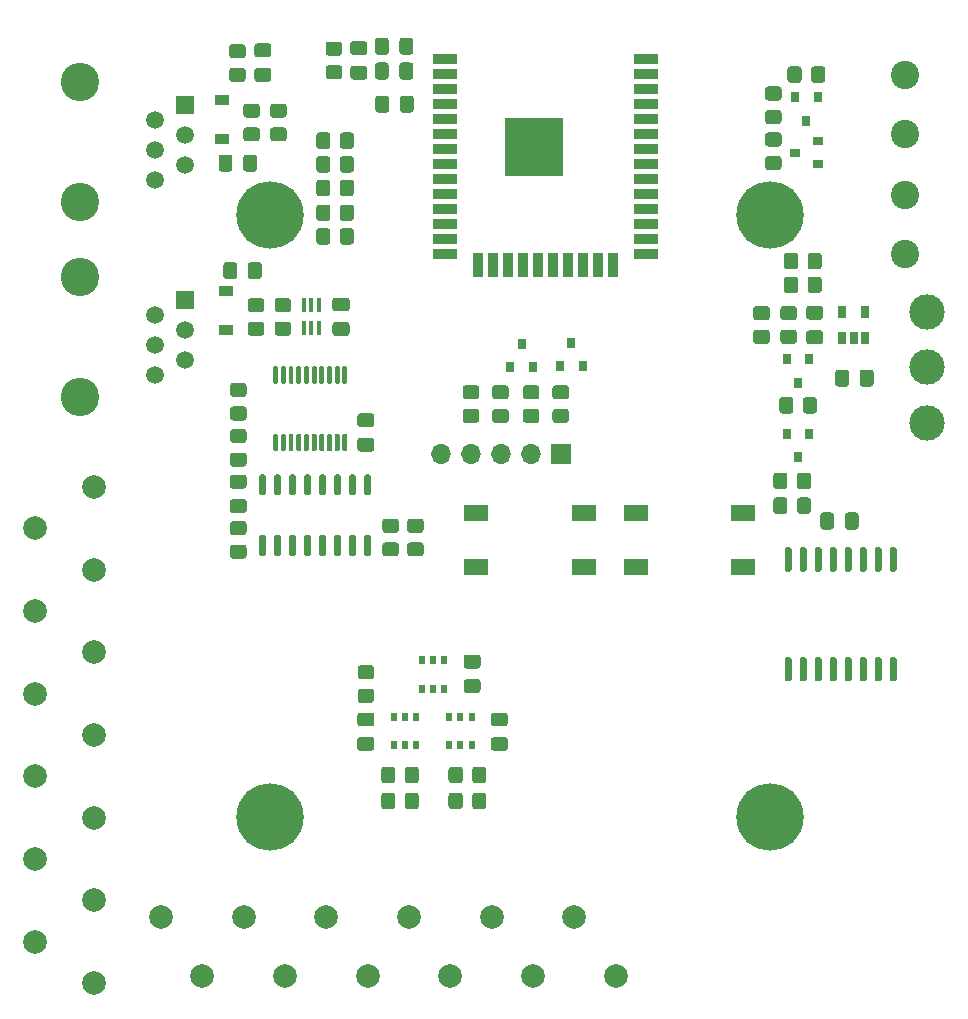
<source format=gts>
G04 #@! TF.GenerationSoftware,KiCad,Pcbnew,(5.1.7)-1*
G04 #@! TF.CreationDate,2021-05-21T19:56:49+02:00*
G04 #@! TF.ProjectId,hlavniDPS,686c6176-6e69-4445-9053-2e6b69636164,rev?*
G04 #@! TF.SameCoordinates,Original*
G04 #@! TF.FileFunction,Soldermask,Top*
G04 #@! TF.FilePolarity,Negative*
%FSLAX46Y46*%
G04 Gerber Fmt 4.6, Leading zero omitted, Abs format (unit mm)*
G04 Created by KiCad (PCBNEW (5.1.7)-1) date 2021-05-21 19:56:49*
%MOMM*%
%LPD*%
G01*
G04 APERTURE LIST*
%ADD10R,2.100000X1.400000*%
%ADD11R,0.550000X0.800000*%
%ADD12R,2.000000X0.900000*%
%ADD13R,0.900000X2.000000*%
%ADD14R,5.000000X5.000000*%
%ADD15R,0.400000X1.190000*%
%ADD16C,2.000000*%
%ADD17C,3.250000*%
%ADD18C,1.520000*%
%ADD19R,1.520000X1.520000*%
%ADD20C,2.400000*%
%ADD21C,5.700000*%
%ADD22R,0.900000X0.800000*%
%ADD23R,0.800000X0.900000*%
%ADD24R,1.700000X1.700000*%
%ADD25O,1.700000X1.700000*%
%ADD26R,0.650000X1.060000*%
%ADD27C,3.000000*%
%ADD28R,1.200000X0.900000*%
G04 APERTURE END LIST*
D10*
X175050000Y-87750000D03*
X175050000Y-92250000D03*
X165950000Y-92250000D03*
X165950000Y-87750000D03*
G36*
G01*
X142625000Y-106687500D02*
X143575000Y-106687500D01*
G75*
G02*
X143825000Y-106937500I0J-250000D01*
G01*
X143825000Y-107612500D01*
G75*
G02*
X143575000Y-107862500I-250000J0D01*
G01*
X142625000Y-107862500D01*
G75*
G02*
X142375000Y-107612500I0J250000D01*
G01*
X142375000Y-106937500D01*
G75*
G02*
X142625000Y-106687500I250000J0D01*
G01*
G37*
G36*
G01*
X142625000Y-104612500D02*
X143575000Y-104612500D01*
G75*
G02*
X143825000Y-104862500I0J-250000D01*
G01*
X143825000Y-105537500D01*
G75*
G02*
X143575000Y-105787500I-250000J0D01*
G01*
X142625000Y-105787500D01*
G75*
G02*
X142375000Y-105537500I0J250000D01*
G01*
X142375000Y-104862500D01*
G75*
G02*
X142625000Y-104612500I250000J0D01*
G01*
G37*
D11*
X147850000Y-102600000D03*
X148800000Y-102600000D03*
X149750000Y-102600000D03*
X149750000Y-100200000D03*
X148800000Y-100200000D03*
X147850000Y-100200000D03*
G36*
G01*
X146400000Y-110350001D02*
X146400000Y-109449999D01*
G75*
G02*
X146649999Y-109200000I249999J0D01*
G01*
X147350001Y-109200000D01*
G75*
G02*
X147600000Y-109449999I0J-249999D01*
G01*
X147600000Y-110350001D01*
G75*
G02*
X147350001Y-110600000I-249999J0D01*
G01*
X146649999Y-110600000D01*
G75*
G02*
X146400000Y-110350001I0J249999D01*
G01*
G37*
G36*
G01*
X144400000Y-110350001D02*
X144400000Y-109449999D01*
G75*
G02*
X144649999Y-109200000I249999J0D01*
G01*
X145350001Y-109200000D01*
G75*
G02*
X145600000Y-109449999I0J-249999D01*
G01*
X145600000Y-110350001D01*
G75*
G02*
X145350001Y-110600000I-249999J0D01*
G01*
X144649999Y-110600000D01*
G75*
G02*
X144400000Y-110350001I0J249999D01*
G01*
G37*
G36*
G01*
X151300000Y-109449999D02*
X151300000Y-110350001D01*
G75*
G02*
X151050001Y-110600000I-249999J0D01*
G01*
X150349999Y-110600000D01*
G75*
G02*
X150100000Y-110350001I0J249999D01*
G01*
X150100000Y-109449999D01*
G75*
G02*
X150349999Y-109200000I249999J0D01*
G01*
X151050001Y-109200000D01*
G75*
G02*
X151300000Y-109449999I0J-249999D01*
G01*
G37*
G36*
G01*
X153300000Y-109449999D02*
X153300000Y-110350001D01*
G75*
G02*
X153050001Y-110600000I-249999J0D01*
G01*
X152349999Y-110600000D01*
G75*
G02*
X152100000Y-110350001I0J249999D01*
G01*
X152100000Y-109449999D01*
G75*
G02*
X152349999Y-109200000I249999J0D01*
G01*
X153050001Y-109200000D01*
G75*
G02*
X153300000Y-109449999I0J-249999D01*
G01*
G37*
G36*
G01*
X151300000Y-111649999D02*
X151300000Y-112550001D01*
G75*
G02*
X151050001Y-112800000I-249999J0D01*
G01*
X150349999Y-112800000D01*
G75*
G02*
X150100000Y-112550001I0J249999D01*
G01*
X150100000Y-111649999D01*
G75*
G02*
X150349999Y-111400000I249999J0D01*
G01*
X151050001Y-111400000D01*
G75*
G02*
X151300000Y-111649999I0J-249999D01*
G01*
G37*
G36*
G01*
X153300000Y-111649999D02*
X153300000Y-112550001D01*
G75*
G02*
X153050001Y-112800000I-249999J0D01*
G01*
X152349999Y-112800000D01*
G75*
G02*
X152100000Y-112550001I0J249999D01*
G01*
X152100000Y-111649999D01*
G75*
G02*
X152349999Y-111400000I249999J0D01*
G01*
X153050001Y-111400000D01*
G75*
G02*
X153300000Y-111649999I0J-249999D01*
G01*
G37*
G36*
G01*
X146400000Y-112550001D02*
X146400000Y-111649999D01*
G75*
G02*
X146649999Y-111400000I249999J0D01*
G01*
X147350001Y-111400000D01*
G75*
G02*
X147600000Y-111649999I0J-249999D01*
G01*
X147600000Y-112550001D01*
G75*
G02*
X147350001Y-112800000I-249999J0D01*
G01*
X146649999Y-112800000D01*
G75*
G02*
X146400000Y-112550001I0J249999D01*
G01*
G37*
G36*
G01*
X144400000Y-112550001D02*
X144400000Y-111649999D01*
G75*
G02*
X144649999Y-111400000I249999J0D01*
G01*
X145350001Y-111400000D01*
G75*
G02*
X145600000Y-111649999I0J-249999D01*
G01*
X145600000Y-112550001D01*
G75*
G02*
X145350001Y-112800000I-249999J0D01*
G01*
X144649999Y-112800000D01*
G75*
G02*
X144400000Y-112550001I0J249999D01*
G01*
G37*
G36*
G01*
X143550001Y-101800000D02*
X142649999Y-101800000D01*
G75*
G02*
X142400000Y-101550001I0J249999D01*
G01*
X142400000Y-100849999D01*
G75*
G02*
X142649999Y-100600000I249999J0D01*
G01*
X143550001Y-100600000D01*
G75*
G02*
X143800000Y-100849999I0J-249999D01*
G01*
X143800000Y-101550001D01*
G75*
G02*
X143550001Y-101800000I-249999J0D01*
G01*
G37*
G36*
G01*
X143550001Y-103800000D02*
X142649999Y-103800000D01*
G75*
G02*
X142400000Y-103550001I0J249999D01*
G01*
X142400000Y-102849999D01*
G75*
G02*
X142649999Y-102600000I249999J0D01*
G01*
X143550001Y-102600000D01*
G75*
G02*
X143800000Y-102849999I0J-249999D01*
G01*
X143800000Y-103550001D01*
G75*
G02*
X143550001Y-103800000I-249999J0D01*
G01*
G37*
G36*
G01*
X153925000Y-106687500D02*
X154875000Y-106687500D01*
G75*
G02*
X155125000Y-106937500I0J-250000D01*
G01*
X155125000Y-107612500D01*
G75*
G02*
X154875000Y-107862500I-250000J0D01*
G01*
X153925000Y-107862500D01*
G75*
G02*
X153675000Y-107612500I0J250000D01*
G01*
X153675000Y-106937500D01*
G75*
G02*
X153925000Y-106687500I250000J0D01*
G01*
G37*
G36*
G01*
X153925000Y-104612500D02*
X154875000Y-104612500D01*
G75*
G02*
X155125000Y-104862500I0J-250000D01*
G01*
X155125000Y-105537500D01*
G75*
G02*
X154875000Y-105787500I-250000J0D01*
G01*
X153925000Y-105787500D01*
G75*
G02*
X153675000Y-105537500I0J250000D01*
G01*
X153675000Y-104862500D01*
G75*
G02*
X153925000Y-104612500I250000J0D01*
G01*
G37*
G36*
G01*
X151625000Y-101787500D02*
X152575000Y-101787500D01*
G75*
G02*
X152825000Y-102037500I0J-250000D01*
G01*
X152825000Y-102712500D01*
G75*
G02*
X152575000Y-102962500I-250000J0D01*
G01*
X151625000Y-102962500D01*
G75*
G02*
X151375000Y-102712500I0J250000D01*
G01*
X151375000Y-102037500D01*
G75*
G02*
X151625000Y-101787500I250000J0D01*
G01*
G37*
G36*
G01*
X151625000Y-99712500D02*
X152575000Y-99712500D01*
G75*
G02*
X152825000Y-99962500I0J-250000D01*
G01*
X152825000Y-100637500D01*
G75*
G02*
X152575000Y-100887500I-250000J0D01*
G01*
X151625000Y-100887500D01*
G75*
G02*
X151375000Y-100637500I0J250000D01*
G01*
X151375000Y-99962500D01*
G75*
G02*
X151625000Y-99712500I250000J0D01*
G01*
G37*
X150150000Y-107400000D03*
X151100000Y-107400000D03*
X152050000Y-107400000D03*
X152050000Y-105000000D03*
X151100000Y-105000000D03*
X150150000Y-105000000D03*
X145450000Y-107400000D03*
X146400000Y-107400000D03*
X147350000Y-107400000D03*
X147350000Y-105000000D03*
X146400000Y-105000000D03*
X145450000Y-105000000D03*
D12*
X166810000Y-49245000D03*
X166810000Y-50515000D03*
X166810000Y-51785000D03*
X166810000Y-53055000D03*
X166810000Y-54325000D03*
X166810000Y-55595000D03*
X166810000Y-56865000D03*
X166810000Y-58135000D03*
X166810000Y-59405000D03*
X166810000Y-60675000D03*
X166810000Y-61945000D03*
X166810000Y-63215000D03*
X166810000Y-64485000D03*
X166810000Y-65755000D03*
D13*
X164025000Y-66755000D03*
X162755000Y-66755000D03*
X161485000Y-66755000D03*
X160215000Y-66755000D03*
X158945000Y-66755000D03*
X157675000Y-66755000D03*
X156405000Y-66755000D03*
X155135000Y-66755000D03*
X153865000Y-66755000D03*
X152595000Y-66755000D03*
D12*
X149810000Y-65755000D03*
X149810000Y-64485000D03*
X149810000Y-63215000D03*
X149810000Y-61945000D03*
X149810000Y-60675000D03*
X149810000Y-59405000D03*
X149810000Y-58135000D03*
X149810000Y-56865000D03*
X149810000Y-55595000D03*
X149810000Y-54325000D03*
X149810000Y-53055000D03*
X149810000Y-51785000D03*
X149810000Y-50515000D03*
X149810000Y-49245000D03*
D14*
X157310000Y-56745000D03*
G36*
G01*
X136150001Y-56260000D02*
X135249999Y-56260000D01*
G75*
G02*
X135000000Y-56010001I0J249999D01*
G01*
X135000000Y-55309999D01*
G75*
G02*
X135249999Y-55060000I249999J0D01*
G01*
X136150001Y-55060000D01*
G75*
G02*
X136400000Y-55309999I0J-249999D01*
G01*
X136400000Y-56010001D01*
G75*
G02*
X136150001Y-56260000I-249999J0D01*
G01*
G37*
G36*
G01*
X136150001Y-54260000D02*
X135249999Y-54260000D01*
G75*
G02*
X135000000Y-54010001I0J249999D01*
G01*
X135000000Y-53309999D01*
G75*
G02*
X135249999Y-53060000I249999J0D01*
G01*
X136150001Y-53060000D01*
G75*
G02*
X136400000Y-53309999I0J-249999D01*
G01*
X136400000Y-54010001D01*
G75*
G02*
X136150001Y-54260000I-249999J0D01*
G01*
G37*
D15*
X139150000Y-70140000D03*
X138500000Y-70140000D03*
X137850000Y-70140000D03*
X137850000Y-72060000D03*
X138500000Y-72060000D03*
X139150000Y-72060000D03*
G36*
G01*
X145050000Y-47725000D02*
X145050000Y-48675000D01*
G75*
G02*
X144800000Y-48925000I-250000J0D01*
G01*
X144125000Y-48925000D01*
G75*
G02*
X143875000Y-48675000I0J250000D01*
G01*
X143875000Y-47725000D01*
G75*
G02*
X144125000Y-47475000I250000J0D01*
G01*
X144800000Y-47475000D01*
G75*
G02*
X145050000Y-47725000I0J-250000D01*
G01*
G37*
G36*
G01*
X147125000Y-47725000D02*
X147125000Y-48675000D01*
G75*
G02*
X146875000Y-48925000I-250000J0D01*
G01*
X146200000Y-48925000D01*
G75*
G02*
X145950000Y-48675000I0J250000D01*
G01*
X145950000Y-47725000D01*
G75*
G02*
X146200000Y-47475000I250000J0D01*
G01*
X146875000Y-47475000D01*
G75*
G02*
X147125000Y-47725000I0J-250000D01*
G01*
G37*
D16*
X160750000Y-121900000D03*
X164250000Y-126900000D03*
X153750000Y-121900000D03*
X157250000Y-126900000D03*
X146750000Y-121900000D03*
X150250000Y-126900000D03*
X139750000Y-121900000D03*
X143250000Y-126900000D03*
X132750000Y-121900000D03*
X136250000Y-126900000D03*
X125750000Y-121900000D03*
X129250000Y-126900000D03*
D17*
X118890000Y-77925000D03*
D18*
X125240000Y-76025000D03*
X127780000Y-74755000D03*
X125240000Y-73485000D03*
X127780000Y-72215000D03*
X125240000Y-70945000D03*
D17*
X118890000Y-67765000D03*
D19*
X127780000Y-69675000D03*
G36*
G01*
X144749999Y-90200000D02*
X145650001Y-90200000D01*
G75*
G02*
X145900000Y-90449999I0J-249999D01*
G01*
X145900000Y-91150001D01*
G75*
G02*
X145650001Y-91400000I-249999J0D01*
G01*
X144749999Y-91400000D01*
G75*
G02*
X144500000Y-91150001I0J249999D01*
G01*
X144500000Y-90449999D01*
G75*
G02*
X144749999Y-90200000I249999J0D01*
G01*
G37*
G36*
G01*
X144749999Y-88200000D02*
X145650001Y-88200000D01*
G75*
G02*
X145900000Y-88449999I0J-249999D01*
G01*
X145900000Y-89150001D01*
G75*
G02*
X145650001Y-89400000I-249999J0D01*
G01*
X144749999Y-89400000D01*
G75*
G02*
X144500000Y-89150001I0J249999D01*
G01*
X144500000Y-88449999D01*
G75*
G02*
X144749999Y-88200000I249999J0D01*
G01*
G37*
D20*
X188740000Y-60785000D03*
X188740000Y-65785000D03*
X188740000Y-50625000D03*
X188740000Y-55625000D03*
D21*
X177300000Y-62500000D03*
X135000000Y-113500000D03*
X177300000Y-113500000D03*
X135000000Y-62500000D03*
G36*
G01*
X145087500Y-52625000D02*
X145087500Y-53575000D01*
G75*
G02*
X144837500Y-53825000I-250000J0D01*
G01*
X144162500Y-53825000D01*
G75*
G02*
X143912500Y-53575000I0J250000D01*
G01*
X143912500Y-52625000D01*
G75*
G02*
X144162500Y-52375000I250000J0D01*
G01*
X144837500Y-52375000D01*
G75*
G02*
X145087500Y-52625000I0J-250000D01*
G01*
G37*
G36*
G01*
X147162500Y-52625000D02*
X147162500Y-53575000D01*
G75*
G02*
X146912500Y-53825000I-250000J0D01*
G01*
X146237500Y-53825000D01*
G75*
G02*
X145987500Y-53575000I0J250000D01*
G01*
X145987500Y-52625000D01*
G75*
G02*
X146237500Y-52375000I250000J0D01*
G01*
X146912500Y-52375000D01*
G75*
G02*
X147162500Y-52625000I0J-250000D01*
G01*
G37*
G36*
G01*
X178050001Y-54800000D02*
X177149999Y-54800000D01*
G75*
G02*
X176900000Y-54550001I0J249999D01*
G01*
X176900000Y-53849999D01*
G75*
G02*
X177149999Y-53600000I249999J0D01*
G01*
X178050001Y-53600000D01*
G75*
G02*
X178300000Y-53849999I0J-249999D01*
G01*
X178300000Y-54550001D01*
G75*
G02*
X178050001Y-54800000I-249999J0D01*
G01*
G37*
G36*
G01*
X178050001Y-52800000D02*
X177149999Y-52800000D01*
G75*
G02*
X176900000Y-52550001I0J249999D01*
G01*
X176900000Y-51849999D01*
G75*
G02*
X177149999Y-51600000I249999J0D01*
G01*
X178050001Y-51600000D01*
G75*
G02*
X178300000Y-51849999I0J-249999D01*
G01*
X178300000Y-52550001D01*
G75*
G02*
X178050001Y-52800000I-249999J0D01*
G01*
G37*
G36*
G01*
X178500000Y-68850001D02*
X178500000Y-67949999D01*
G75*
G02*
X178749999Y-67700000I249999J0D01*
G01*
X179450001Y-67700000D01*
G75*
G02*
X179700000Y-67949999I0J-249999D01*
G01*
X179700000Y-68850001D01*
G75*
G02*
X179450001Y-69100000I-249999J0D01*
G01*
X178749999Y-69100000D01*
G75*
G02*
X178500000Y-68850001I0J249999D01*
G01*
G37*
G36*
G01*
X180500000Y-68850001D02*
X180500000Y-67949999D01*
G75*
G02*
X180749999Y-67700000I249999J0D01*
G01*
X181450001Y-67700000D01*
G75*
G02*
X181700000Y-67949999I0J-249999D01*
G01*
X181700000Y-68850001D01*
G75*
G02*
X181450001Y-69100000I-249999J0D01*
G01*
X180749999Y-69100000D01*
G75*
G02*
X180500000Y-68850001I0J249999D01*
G01*
G37*
G36*
G01*
X178050001Y-58700000D02*
X177149999Y-58700000D01*
G75*
G02*
X176900000Y-58450001I0J249999D01*
G01*
X176900000Y-57749999D01*
G75*
G02*
X177149999Y-57500000I249999J0D01*
G01*
X178050001Y-57500000D01*
G75*
G02*
X178300000Y-57749999I0J-249999D01*
G01*
X178300000Y-58450001D01*
G75*
G02*
X178050001Y-58700000I-249999J0D01*
G01*
G37*
G36*
G01*
X178050001Y-56700000D02*
X177149999Y-56700000D01*
G75*
G02*
X176900000Y-56450001I0J249999D01*
G01*
X176900000Y-55749999D01*
G75*
G02*
X177149999Y-55500000I249999J0D01*
G01*
X178050001Y-55500000D01*
G75*
G02*
X178300000Y-55749999I0J-249999D01*
G01*
X178300000Y-56450001D01*
G75*
G02*
X178050001Y-56700000I-249999J0D01*
G01*
G37*
G36*
G01*
X181700000Y-65949999D02*
X181700000Y-66850001D01*
G75*
G02*
X181450001Y-67100000I-249999J0D01*
G01*
X180749999Y-67100000D01*
G75*
G02*
X180500000Y-66850001I0J249999D01*
G01*
X180500000Y-65949999D01*
G75*
G02*
X180749999Y-65700000I249999J0D01*
G01*
X181450001Y-65700000D01*
G75*
G02*
X181700000Y-65949999I0J-249999D01*
G01*
G37*
G36*
G01*
X179700000Y-65949999D02*
X179700000Y-66850001D01*
G75*
G02*
X179450001Y-67100000I-249999J0D01*
G01*
X178749999Y-67100000D01*
G75*
G02*
X178500000Y-66850001I0J249999D01*
G01*
X178500000Y-65949999D01*
G75*
G02*
X178749999Y-65700000I249999J0D01*
G01*
X179450001Y-65700000D01*
G75*
G02*
X179700000Y-65949999I0J-249999D01*
G01*
G37*
G36*
G01*
X178800000Y-51050001D02*
X178800000Y-50149999D01*
G75*
G02*
X179049999Y-49900000I249999J0D01*
G01*
X179750001Y-49900000D01*
G75*
G02*
X180000000Y-50149999I0J-249999D01*
G01*
X180000000Y-51050001D01*
G75*
G02*
X179750001Y-51300000I-249999J0D01*
G01*
X179049999Y-51300000D01*
G75*
G02*
X178800000Y-51050001I0J249999D01*
G01*
G37*
G36*
G01*
X180800000Y-51050001D02*
X180800000Y-50149999D01*
G75*
G02*
X181049999Y-49900000I249999J0D01*
G01*
X181750001Y-49900000D01*
G75*
G02*
X182000000Y-50149999I0J-249999D01*
G01*
X182000000Y-51050001D01*
G75*
G02*
X181750001Y-51300000I-249999J0D01*
G01*
X181049999Y-51300000D01*
G75*
G02*
X180800000Y-51050001I0J249999D01*
G01*
G37*
D22*
X181400000Y-58150000D03*
X181400000Y-56250000D03*
X179400000Y-57200000D03*
D23*
X181350000Y-52500000D03*
X179450000Y-52500000D03*
X180400000Y-54500000D03*
X179700000Y-83000000D03*
X178750000Y-81000000D03*
X180650000Y-81000000D03*
D10*
X161550000Y-87750000D03*
X161550000Y-92250000D03*
X152450000Y-92250000D03*
X152450000Y-87750000D03*
D17*
X118890000Y-61415000D03*
D18*
X125240000Y-59515000D03*
X127780000Y-58245000D03*
X125240000Y-56975000D03*
X127780000Y-55705000D03*
X125240000Y-54435000D03*
D17*
X118890000Y-51255000D03*
D19*
X127780000Y-53165000D03*
G36*
G01*
X134505000Y-91350000D02*
X134205000Y-91350000D01*
G75*
G02*
X134055000Y-91200000I0J150000D01*
G01*
X134055000Y-89750000D01*
G75*
G02*
X134205000Y-89600000I150000J0D01*
G01*
X134505000Y-89600000D01*
G75*
G02*
X134655000Y-89750000I0J-150000D01*
G01*
X134655000Y-91200000D01*
G75*
G02*
X134505000Y-91350000I-150000J0D01*
G01*
G37*
G36*
G01*
X135775000Y-91350000D02*
X135475000Y-91350000D01*
G75*
G02*
X135325000Y-91200000I0J150000D01*
G01*
X135325000Y-89750000D01*
G75*
G02*
X135475000Y-89600000I150000J0D01*
G01*
X135775000Y-89600000D01*
G75*
G02*
X135925000Y-89750000I0J-150000D01*
G01*
X135925000Y-91200000D01*
G75*
G02*
X135775000Y-91350000I-150000J0D01*
G01*
G37*
G36*
G01*
X137045000Y-91350000D02*
X136745000Y-91350000D01*
G75*
G02*
X136595000Y-91200000I0J150000D01*
G01*
X136595000Y-89750000D01*
G75*
G02*
X136745000Y-89600000I150000J0D01*
G01*
X137045000Y-89600000D01*
G75*
G02*
X137195000Y-89750000I0J-150000D01*
G01*
X137195000Y-91200000D01*
G75*
G02*
X137045000Y-91350000I-150000J0D01*
G01*
G37*
G36*
G01*
X138315000Y-91350000D02*
X138015000Y-91350000D01*
G75*
G02*
X137865000Y-91200000I0J150000D01*
G01*
X137865000Y-89750000D01*
G75*
G02*
X138015000Y-89600000I150000J0D01*
G01*
X138315000Y-89600000D01*
G75*
G02*
X138465000Y-89750000I0J-150000D01*
G01*
X138465000Y-91200000D01*
G75*
G02*
X138315000Y-91350000I-150000J0D01*
G01*
G37*
G36*
G01*
X139585000Y-91350000D02*
X139285000Y-91350000D01*
G75*
G02*
X139135000Y-91200000I0J150000D01*
G01*
X139135000Y-89750000D01*
G75*
G02*
X139285000Y-89600000I150000J0D01*
G01*
X139585000Y-89600000D01*
G75*
G02*
X139735000Y-89750000I0J-150000D01*
G01*
X139735000Y-91200000D01*
G75*
G02*
X139585000Y-91350000I-150000J0D01*
G01*
G37*
G36*
G01*
X140855000Y-91350000D02*
X140555000Y-91350000D01*
G75*
G02*
X140405000Y-91200000I0J150000D01*
G01*
X140405000Y-89750000D01*
G75*
G02*
X140555000Y-89600000I150000J0D01*
G01*
X140855000Y-89600000D01*
G75*
G02*
X141005000Y-89750000I0J-150000D01*
G01*
X141005000Y-91200000D01*
G75*
G02*
X140855000Y-91350000I-150000J0D01*
G01*
G37*
G36*
G01*
X142125000Y-91350000D02*
X141825000Y-91350000D01*
G75*
G02*
X141675000Y-91200000I0J150000D01*
G01*
X141675000Y-89750000D01*
G75*
G02*
X141825000Y-89600000I150000J0D01*
G01*
X142125000Y-89600000D01*
G75*
G02*
X142275000Y-89750000I0J-150000D01*
G01*
X142275000Y-91200000D01*
G75*
G02*
X142125000Y-91350000I-150000J0D01*
G01*
G37*
G36*
G01*
X143395000Y-91350000D02*
X143095000Y-91350000D01*
G75*
G02*
X142945000Y-91200000I0J150000D01*
G01*
X142945000Y-89750000D01*
G75*
G02*
X143095000Y-89600000I150000J0D01*
G01*
X143395000Y-89600000D01*
G75*
G02*
X143545000Y-89750000I0J-150000D01*
G01*
X143545000Y-91200000D01*
G75*
G02*
X143395000Y-91350000I-150000J0D01*
G01*
G37*
G36*
G01*
X143395000Y-86200000D02*
X143095000Y-86200000D01*
G75*
G02*
X142945000Y-86050000I0J150000D01*
G01*
X142945000Y-84600000D01*
G75*
G02*
X143095000Y-84450000I150000J0D01*
G01*
X143395000Y-84450000D01*
G75*
G02*
X143545000Y-84600000I0J-150000D01*
G01*
X143545000Y-86050000D01*
G75*
G02*
X143395000Y-86200000I-150000J0D01*
G01*
G37*
G36*
G01*
X142125000Y-86200000D02*
X141825000Y-86200000D01*
G75*
G02*
X141675000Y-86050000I0J150000D01*
G01*
X141675000Y-84600000D01*
G75*
G02*
X141825000Y-84450000I150000J0D01*
G01*
X142125000Y-84450000D01*
G75*
G02*
X142275000Y-84600000I0J-150000D01*
G01*
X142275000Y-86050000D01*
G75*
G02*
X142125000Y-86200000I-150000J0D01*
G01*
G37*
G36*
G01*
X140855000Y-86200000D02*
X140555000Y-86200000D01*
G75*
G02*
X140405000Y-86050000I0J150000D01*
G01*
X140405000Y-84600000D01*
G75*
G02*
X140555000Y-84450000I150000J0D01*
G01*
X140855000Y-84450000D01*
G75*
G02*
X141005000Y-84600000I0J-150000D01*
G01*
X141005000Y-86050000D01*
G75*
G02*
X140855000Y-86200000I-150000J0D01*
G01*
G37*
G36*
G01*
X139585000Y-86200000D02*
X139285000Y-86200000D01*
G75*
G02*
X139135000Y-86050000I0J150000D01*
G01*
X139135000Y-84600000D01*
G75*
G02*
X139285000Y-84450000I150000J0D01*
G01*
X139585000Y-84450000D01*
G75*
G02*
X139735000Y-84600000I0J-150000D01*
G01*
X139735000Y-86050000D01*
G75*
G02*
X139585000Y-86200000I-150000J0D01*
G01*
G37*
G36*
G01*
X138315000Y-86200000D02*
X138015000Y-86200000D01*
G75*
G02*
X137865000Y-86050000I0J150000D01*
G01*
X137865000Y-84600000D01*
G75*
G02*
X138015000Y-84450000I150000J0D01*
G01*
X138315000Y-84450000D01*
G75*
G02*
X138465000Y-84600000I0J-150000D01*
G01*
X138465000Y-86050000D01*
G75*
G02*
X138315000Y-86200000I-150000J0D01*
G01*
G37*
G36*
G01*
X137045000Y-86200000D02*
X136745000Y-86200000D01*
G75*
G02*
X136595000Y-86050000I0J150000D01*
G01*
X136595000Y-84600000D01*
G75*
G02*
X136745000Y-84450000I150000J0D01*
G01*
X137045000Y-84450000D01*
G75*
G02*
X137195000Y-84600000I0J-150000D01*
G01*
X137195000Y-86050000D01*
G75*
G02*
X137045000Y-86200000I-150000J0D01*
G01*
G37*
G36*
G01*
X135775000Y-86200000D02*
X135475000Y-86200000D01*
G75*
G02*
X135325000Y-86050000I0J150000D01*
G01*
X135325000Y-84600000D01*
G75*
G02*
X135475000Y-84450000I150000J0D01*
G01*
X135775000Y-84450000D01*
G75*
G02*
X135925000Y-84600000I0J-150000D01*
G01*
X135925000Y-86050000D01*
G75*
G02*
X135775000Y-86200000I-150000J0D01*
G01*
G37*
G36*
G01*
X134505000Y-86200000D02*
X134205000Y-86200000D01*
G75*
G02*
X134055000Y-86050000I0J150000D01*
G01*
X134055000Y-84600000D01*
G75*
G02*
X134205000Y-84450000I150000J0D01*
G01*
X134505000Y-84450000D01*
G75*
G02*
X134655000Y-84600000I0J-150000D01*
G01*
X134655000Y-86050000D01*
G75*
G02*
X134505000Y-86200000I-150000J0D01*
G01*
G37*
G36*
G01*
X141225000Y-81025000D02*
X141425000Y-81025000D01*
G75*
G02*
X141525000Y-81125000I0J-100000D01*
G01*
X141525000Y-82400000D01*
G75*
G02*
X141425000Y-82500000I-100000J0D01*
G01*
X141225000Y-82500000D01*
G75*
G02*
X141125000Y-82400000I0J100000D01*
G01*
X141125000Y-81125000D01*
G75*
G02*
X141225000Y-81025000I100000J0D01*
G01*
G37*
G36*
G01*
X140575000Y-81025000D02*
X140775000Y-81025000D01*
G75*
G02*
X140875000Y-81125000I0J-100000D01*
G01*
X140875000Y-82400000D01*
G75*
G02*
X140775000Y-82500000I-100000J0D01*
G01*
X140575000Y-82500000D01*
G75*
G02*
X140475000Y-82400000I0J100000D01*
G01*
X140475000Y-81125000D01*
G75*
G02*
X140575000Y-81025000I100000J0D01*
G01*
G37*
G36*
G01*
X139925000Y-81025000D02*
X140125000Y-81025000D01*
G75*
G02*
X140225000Y-81125000I0J-100000D01*
G01*
X140225000Y-82400000D01*
G75*
G02*
X140125000Y-82500000I-100000J0D01*
G01*
X139925000Y-82500000D01*
G75*
G02*
X139825000Y-82400000I0J100000D01*
G01*
X139825000Y-81125000D01*
G75*
G02*
X139925000Y-81025000I100000J0D01*
G01*
G37*
G36*
G01*
X139275000Y-81025000D02*
X139475000Y-81025000D01*
G75*
G02*
X139575000Y-81125000I0J-100000D01*
G01*
X139575000Y-82400000D01*
G75*
G02*
X139475000Y-82500000I-100000J0D01*
G01*
X139275000Y-82500000D01*
G75*
G02*
X139175000Y-82400000I0J100000D01*
G01*
X139175000Y-81125000D01*
G75*
G02*
X139275000Y-81025000I100000J0D01*
G01*
G37*
G36*
G01*
X138625000Y-81025000D02*
X138825000Y-81025000D01*
G75*
G02*
X138925000Y-81125000I0J-100000D01*
G01*
X138925000Y-82400000D01*
G75*
G02*
X138825000Y-82500000I-100000J0D01*
G01*
X138625000Y-82500000D01*
G75*
G02*
X138525000Y-82400000I0J100000D01*
G01*
X138525000Y-81125000D01*
G75*
G02*
X138625000Y-81025000I100000J0D01*
G01*
G37*
G36*
G01*
X137975000Y-81025000D02*
X138175000Y-81025000D01*
G75*
G02*
X138275000Y-81125000I0J-100000D01*
G01*
X138275000Y-82400000D01*
G75*
G02*
X138175000Y-82500000I-100000J0D01*
G01*
X137975000Y-82500000D01*
G75*
G02*
X137875000Y-82400000I0J100000D01*
G01*
X137875000Y-81125000D01*
G75*
G02*
X137975000Y-81025000I100000J0D01*
G01*
G37*
G36*
G01*
X137325000Y-81025000D02*
X137525000Y-81025000D01*
G75*
G02*
X137625000Y-81125000I0J-100000D01*
G01*
X137625000Y-82400000D01*
G75*
G02*
X137525000Y-82500000I-100000J0D01*
G01*
X137325000Y-82500000D01*
G75*
G02*
X137225000Y-82400000I0J100000D01*
G01*
X137225000Y-81125000D01*
G75*
G02*
X137325000Y-81025000I100000J0D01*
G01*
G37*
G36*
G01*
X136675000Y-81025000D02*
X136875000Y-81025000D01*
G75*
G02*
X136975000Y-81125000I0J-100000D01*
G01*
X136975000Y-82400000D01*
G75*
G02*
X136875000Y-82500000I-100000J0D01*
G01*
X136675000Y-82500000D01*
G75*
G02*
X136575000Y-82400000I0J100000D01*
G01*
X136575000Y-81125000D01*
G75*
G02*
X136675000Y-81025000I100000J0D01*
G01*
G37*
G36*
G01*
X136025000Y-81025000D02*
X136225000Y-81025000D01*
G75*
G02*
X136325000Y-81125000I0J-100000D01*
G01*
X136325000Y-82400000D01*
G75*
G02*
X136225000Y-82500000I-100000J0D01*
G01*
X136025000Y-82500000D01*
G75*
G02*
X135925000Y-82400000I0J100000D01*
G01*
X135925000Y-81125000D01*
G75*
G02*
X136025000Y-81025000I100000J0D01*
G01*
G37*
G36*
G01*
X135375000Y-81025000D02*
X135575000Y-81025000D01*
G75*
G02*
X135675000Y-81125000I0J-100000D01*
G01*
X135675000Y-82400000D01*
G75*
G02*
X135575000Y-82500000I-100000J0D01*
G01*
X135375000Y-82500000D01*
G75*
G02*
X135275000Y-82400000I0J100000D01*
G01*
X135275000Y-81125000D01*
G75*
G02*
X135375000Y-81025000I100000J0D01*
G01*
G37*
G36*
G01*
X135375000Y-75300000D02*
X135575000Y-75300000D01*
G75*
G02*
X135675000Y-75400000I0J-100000D01*
G01*
X135675000Y-76675000D01*
G75*
G02*
X135575000Y-76775000I-100000J0D01*
G01*
X135375000Y-76775000D01*
G75*
G02*
X135275000Y-76675000I0J100000D01*
G01*
X135275000Y-75400000D01*
G75*
G02*
X135375000Y-75300000I100000J0D01*
G01*
G37*
G36*
G01*
X136025000Y-75300000D02*
X136225000Y-75300000D01*
G75*
G02*
X136325000Y-75400000I0J-100000D01*
G01*
X136325000Y-76675000D01*
G75*
G02*
X136225000Y-76775000I-100000J0D01*
G01*
X136025000Y-76775000D01*
G75*
G02*
X135925000Y-76675000I0J100000D01*
G01*
X135925000Y-75400000D01*
G75*
G02*
X136025000Y-75300000I100000J0D01*
G01*
G37*
G36*
G01*
X136675000Y-75300000D02*
X136875000Y-75300000D01*
G75*
G02*
X136975000Y-75400000I0J-100000D01*
G01*
X136975000Y-76675000D01*
G75*
G02*
X136875000Y-76775000I-100000J0D01*
G01*
X136675000Y-76775000D01*
G75*
G02*
X136575000Y-76675000I0J100000D01*
G01*
X136575000Y-75400000D01*
G75*
G02*
X136675000Y-75300000I100000J0D01*
G01*
G37*
G36*
G01*
X137325000Y-75300000D02*
X137525000Y-75300000D01*
G75*
G02*
X137625000Y-75400000I0J-100000D01*
G01*
X137625000Y-76675000D01*
G75*
G02*
X137525000Y-76775000I-100000J0D01*
G01*
X137325000Y-76775000D01*
G75*
G02*
X137225000Y-76675000I0J100000D01*
G01*
X137225000Y-75400000D01*
G75*
G02*
X137325000Y-75300000I100000J0D01*
G01*
G37*
G36*
G01*
X137975000Y-75300000D02*
X138175000Y-75300000D01*
G75*
G02*
X138275000Y-75400000I0J-100000D01*
G01*
X138275000Y-76675000D01*
G75*
G02*
X138175000Y-76775000I-100000J0D01*
G01*
X137975000Y-76775000D01*
G75*
G02*
X137875000Y-76675000I0J100000D01*
G01*
X137875000Y-75400000D01*
G75*
G02*
X137975000Y-75300000I100000J0D01*
G01*
G37*
G36*
G01*
X138625000Y-75300000D02*
X138825000Y-75300000D01*
G75*
G02*
X138925000Y-75400000I0J-100000D01*
G01*
X138925000Y-76675000D01*
G75*
G02*
X138825000Y-76775000I-100000J0D01*
G01*
X138625000Y-76775000D01*
G75*
G02*
X138525000Y-76675000I0J100000D01*
G01*
X138525000Y-75400000D01*
G75*
G02*
X138625000Y-75300000I100000J0D01*
G01*
G37*
G36*
G01*
X139275000Y-75300000D02*
X139475000Y-75300000D01*
G75*
G02*
X139575000Y-75400000I0J-100000D01*
G01*
X139575000Y-76675000D01*
G75*
G02*
X139475000Y-76775000I-100000J0D01*
G01*
X139275000Y-76775000D01*
G75*
G02*
X139175000Y-76675000I0J100000D01*
G01*
X139175000Y-75400000D01*
G75*
G02*
X139275000Y-75300000I100000J0D01*
G01*
G37*
G36*
G01*
X139925000Y-75300000D02*
X140125000Y-75300000D01*
G75*
G02*
X140225000Y-75400000I0J-100000D01*
G01*
X140225000Y-76675000D01*
G75*
G02*
X140125000Y-76775000I-100000J0D01*
G01*
X139925000Y-76775000D01*
G75*
G02*
X139825000Y-76675000I0J100000D01*
G01*
X139825000Y-75400000D01*
G75*
G02*
X139925000Y-75300000I100000J0D01*
G01*
G37*
G36*
G01*
X140575000Y-75300000D02*
X140775000Y-75300000D01*
G75*
G02*
X140875000Y-75400000I0J-100000D01*
G01*
X140875000Y-76675000D01*
G75*
G02*
X140775000Y-76775000I-100000J0D01*
G01*
X140575000Y-76775000D01*
G75*
G02*
X140475000Y-76675000I0J100000D01*
G01*
X140475000Y-75400000D01*
G75*
G02*
X140575000Y-75300000I100000J0D01*
G01*
G37*
G36*
G01*
X141225000Y-75300000D02*
X141425000Y-75300000D01*
G75*
G02*
X141525000Y-75400000I0J-100000D01*
G01*
X141525000Y-76675000D01*
G75*
G02*
X141425000Y-76775000I-100000J0D01*
G01*
X141225000Y-76775000D01*
G75*
G02*
X141125000Y-76675000I0J100000D01*
G01*
X141125000Y-75400000D01*
G75*
G02*
X141225000Y-75300000I100000J0D01*
G01*
G37*
D23*
X160500000Y-73300000D03*
X161450000Y-75300000D03*
X159550000Y-75300000D03*
X156300000Y-73400000D03*
X157250000Y-75400000D03*
X155350000Y-75400000D03*
X179700000Y-76700000D03*
X178750000Y-74700000D03*
X180650000Y-74700000D03*
D24*
X159600000Y-82700000D03*
D25*
X157060000Y-82700000D03*
X154520000Y-82700000D03*
X151980000Y-82700000D03*
X149440000Y-82700000D03*
G36*
G01*
X179005000Y-92675000D02*
X178705000Y-92675000D01*
G75*
G02*
X178555000Y-92525000I0J150000D01*
G01*
X178555000Y-90775000D01*
G75*
G02*
X178705000Y-90625000I150000J0D01*
G01*
X179005000Y-90625000D01*
G75*
G02*
X179155000Y-90775000I0J-150000D01*
G01*
X179155000Y-92525000D01*
G75*
G02*
X179005000Y-92675000I-150000J0D01*
G01*
G37*
G36*
G01*
X180275000Y-92675000D02*
X179975000Y-92675000D01*
G75*
G02*
X179825000Y-92525000I0J150000D01*
G01*
X179825000Y-90775000D01*
G75*
G02*
X179975000Y-90625000I150000J0D01*
G01*
X180275000Y-90625000D01*
G75*
G02*
X180425000Y-90775000I0J-150000D01*
G01*
X180425000Y-92525000D01*
G75*
G02*
X180275000Y-92675000I-150000J0D01*
G01*
G37*
G36*
G01*
X181545000Y-92675000D02*
X181245000Y-92675000D01*
G75*
G02*
X181095000Y-92525000I0J150000D01*
G01*
X181095000Y-90775000D01*
G75*
G02*
X181245000Y-90625000I150000J0D01*
G01*
X181545000Y-90625000D01*
G75*
G02*
X181695000Y-90775000I0J-150000D01*
G01*
X181695000Y-92525000D01*
G75*
G02*
X181545000Y-92675000I-150000J0D01*
G01*
G37*
G36*
G01*
X182815000Y-92675000D02*
X182515000Y-92675000D01*
G75*
G02*
X182365000Y-92525000I0J150000D01*
G01*
X182365000Y-90775000D01*
G75*
G02*
X182515000Y-90625000I150000J0D01*
G01*
X182815000Y-90625000D01*
G75*
G02*
X182965000Y-90775000I0J-150000D01*
G01*
X182965000Y-92525000D01*
G75*
G02*
X182815000Y-92675000I-150000J0D01*
G01*
G37*
G36*
G01*
X184085000Y-92675000D02*
X183785000Y-92675000D01*
G75*
G02*
X183635000Y-92525000I0J150000D01*
G01*
X183635000Y-90775000D01*
G75*
G02*
X183785000Y-90625000I150000J0D01*
G01*
X184085000Y-90625000D01*
G75*
G02*
X184235000Y-90775000I0J-150000D01*
G01*
X184235000Y-92525000D01*
G75*
G02*
X184085000Y-92675000I-150000J0D01*
G01*
G37*
G36*
G01*
X185355000Y-92675000D02*
X185055000Y-92675000D01*
G75*
G02*
X184905000Y-92525000I0J150000D01*
G01*
X184905000Y-90775000D01*
G75*
G02*
X185055000Y-90625000I150000J0D01*
G01*
X185355000Y-90625000D01*
G75*
G02*
X185505000Y-90775000I0J-150000D01*
G01*
X185505000Y-92525000D01*
G75*
G02*
X185355000Y-92675000I-150000J0D01*
G01*
G37*
G36*
G01*
X186625000Y-92675000D02*
X186325000Y-92675000D01*
G75*
G02*
X186175000Y-92525000I0J150000D01*
G01*
X186175000Y-90775000D01*
G75*
G02*
X186325000Y-90625000I150000J0D01*
G01*
X186625000Y-90625000D01*
G75*
G02*
X186775000Y-90775000I0J-150000D01*
G01*
X186775000Y-92525000D01*
G75*
G02*
X186625000Y-92675000I-150000J0D01*
G01*
G37*
G36*
G01*
X187895000Y-92675000D02*
X187595000Y-92675000D01*
G75*
G02*
X187445000Y-92525000I0J150000D01*
G01*
X187445000Y-90775000D01*
G75*
G02*
X187595000Y-90625000I150000J0D01*
G01*
X187895000Y-90625000D01*
G75*
G02*
X188045000Y-90775000I0J-150000D01*
G01*
X188045000Y-92525000D01*
G75*
G02*
X187895000Y-92675000I-150000J0D01*
G01*
G37*
G36*
G01*
X187895000Y-101975000D02*
X187595000Y-101975000D01*
G75*
G02*
X187445000Y-101825000I0J150000D01*
G01*
X187445000Y-100075000D01*
G75*
G02*
X187595000Y-99925000I150000J0D01*
G01*
X187895000Y-99925000D01*
G75*
G02*
X188045000Y-100075000I0J-150000D01*
G01*
X188045000Y-101825000D01*
G75*
G02*
X187895000Y-101975000I-150000J0D01*
G01*
G37*
G36*
G01*
X186625000Y-101975000D02*
X186325000Y-101975000D01*
G75*
G02*
X186175000Y-101825000I0J150000D01*
G01*
X186175000Y-100075000D01*
G75*
G02*
X186325000Y-99925000I150000J0D01*
G01*
X186625000Y-99925000D01*
G75*
G02*
X186775000Y-100075000I0J-150000D01*
G01*
X186775000Y-101825000D01*
G75*
G02*
X186625000Y-101975000I-150000J0D01*
G01*
G37*
G36*
G01*
X185355000Y-101975000D02*
X185055000Y-101975000D01*
G75*
G02*
X184905000Y-101825000I0J150000D01*
G01*
X184905000Y-100075000D01*
G75*
G02*
X185055000Y-99925000I150000J0D01*
G01*
X185355000Y-99925000D01*
G75*
G02*
X185505000Y-100075000I0J-150000D01*
G01*
X185505000Y-101825000D01*
G75*
G02*
X185355000Y-101975000I-150000J0D01*
G01*
G37*
G36*
G01*
X184085000Y-101975000D02*
X183785000Y-101975000D01*
G75*
G02*
X183635000Y-101825000I0J150000D01*
G01*
X183635000Y-100075000D01*
G75*
G02*
X183785000Y-99925000I150000J0D01*
G01*
X184085000Y-99925000D01*
G75*
G02*
X184235000Y-100075000I0J-150000D01*
G01*
X184235000Y-101825000D01*
G75*
G02*
X184085000Y-101975000I-150000J0D01*
G01*
G37*
G36*
G01*
X182815000Y-101975000D02*
X182515000Y-101975000D01*
G75*
G02*
X182365000Y-101825000I0J150000D01*
G01*
X182365000Y-100075000D01*
G75*
G02*
X182515000Y-99925000I150000J0D01*
G01*
X182815000Y-99925000D01*
G75*
G02*
X182965000Y-100075000I0J-150000D01*
G01*
X182965000Y-101825000D01*
G75*
G02*
X182815000Y-101975000I-150000J0D01*
G01*
G37*
G36*
G01*
X181545000Y-101975000D02*
X181245000Y-101975000D01*
G75*
G02*
X181095000Y-101825000I0J150000D01*
G01*
X181095000Y-100075000D01*
G75*
G02*
X181245000Y-99925000I150000J0D01*
G01*
X181545000Y-99925000D01*
G75*
G02*
X181695000Y-100075000I0J-150000D01*
G01*
X181695000Y-101825000D01*
G75*
G02*
X181545000Y-101975000I-150000J0D01*
G01*
G37*
G36*
G01*
X180275000Y-101975000D02*
X179975000Y-101975000D01*
G75*
G02*
X179825000Y-101825000I0J150000D01*
G01*
X179825000Y-100075000D01*
G75*
G02*
X179975000Y-99925000I150000J0D01*
G01*
X180275000Y-99925000D01*
G75*
G02*
X180425000Y-100075000I0J-150000D01*
G01*
X180425000Y-101825000D01*
G75*
G02*
X180275000Y-101975000I-150000J0D01*
G01*
G37*
G36*
G01*
X179005000Y-101975000D02*
X178705000Y-101975000D01*
G75*
G02*
X178555000Y-101825000I0J150000D01*
G01*
X178555000Y-100075000D01*
G75*
G02*
X178705000Y-99925000I150000J0D01*
G01*
X179005000Y-99925000D01*
G75*
G02*
X179155000Y-100075000I0J-150000D01*
G01*
X179155000Y-101825000D01*
G75*
G02*
X179005000Y-101975000I-150000J0D01*
G01*
G37*
D26*
X183450000Y-70700000D03*
X185350000Y-70700000D03*
X185350000Y-72900000D03*
X184400000Y-72900000D03*
X183450000Y-72900000D03*
D27*
X190645000Y-80090000D03*
X190645000Y-75390000D03*
X190645000Y-70690000D03*
G36*
G01*
X157550001Y-78100000D02*
X156649999Y-78100000D01*
G75*
G02*
X156400000Y-77850001I0J249999D01*
G01*
X156400000Y-77149999D01*
G75*
G02*
X156649999Y-76900000I249999J0D01*
G01*
X157550001Y-76900000D01*
G75*
G02*
X157800000Y-77149999I0J-249999D01*
G01*
X157800000Y-77850001D01*
G75*
G02*
X157550001Y-78100000I-249999J0D01*
G01*
G37*
G36*
G01*
X157550001Y-80100000D02*
X156649999Y-80100000D01*
G75*
G02*
X156400000Y-79850001I0J249999D01*
G01*
X156400000Y-79149999D01*
G75*
G02*
X156649999Y-78900000I249999J0D01*
G01*
X157550001Y-78900000D01*
G75*
G02*
X157800000Y-79149999I0J-249999D01*
G01*
X157800000Y-79850001D01*
G75*
G02*
X157550001Y-80100000I-249999J0D01*
G01*
G37*
G36*
G01*
X160050001Y-78100000D02*
X159149999Y-78100000D01*
G75*
G02*
X158900000Y-77850001I0J249999D01*
G01*
X158900000Y-77149999D01*
G75*
G02*
X159149999Y-76900000I249999J0D01*
G01*
X160050001Y-76900000D01*
G75*
G02*
X160300000Y-77149999I0J-249999D01*
G01*
X160300000Y-77850001D01*
G75*
G02*
X160050001Y-78100000I-249999J0D01*
G01*
G37*
G36*
G01*
X160050001Y-80100000D02*
X159149999Y-80100000D01*
G75*
G02*
X158900000Y-79850001I0J249999D01*
G01*
X158900000Y-79149999D01*
G75*
G02*
X159149999Y-78900000I249999J0D01*
G01*
X160050001Y-78900000D01*
G75*
G02*
X160300000Y-79149999I0J-249999D01*
G01*
X160300000Y-79850001D01*
G75*
G02*
X160050001Y-80100000I-249999J0D01*
G01*
G37*
G36*
G01*
X132750001Y-81800000D02*
X131849999Y-81800000D01*
G75*
G02*
X131600000Y-81550001I0J249999D01*
G01*
X131600000Y-80849999D01*
G75*
G02*
X131849999Y-80600000I249999J0D01*
G01*
X132750001Y-80600000D01*
G75*
G02*
X133000000Y-80849999I0J-249999D01*
G01*
X133000000Y-81550001D01*
G75*
G02*
X132750001Y-81800000I-249999J0D01*
G01*
G37*
G36*
G01*
X132750001Y-83800000D02*
X131849999Y-83800000D01*
G75*
G02*
X131600000Y-83550001I0J249999D01*
G01*
X131600000Y-82849999D01*
G75*
G02*
X131849999Y-82600000I249999J0D01*
G01*
X132750001Y-82600000D01*
G75*
G02*
X133000000Y-82849999I0J-249999D01*
G01*
X133000000Y-83550001D01*
G75*
G02*
X132750001Y-83800000I-249999J0D01*
G01*
G37*
G36*
G01*
X146849999Y-90200000D02*
X147750001Y-90200000D01*
G75*
G02*
X148000000Y-90449999I0J-249999D01*
G01*
X148000000Y-91150001D01*
G75*
G02*
X147750001Y-91400000I-249999J0D01*
G01*
X146849999Y-91400000D01*
G75*
G02*
X146600000Y-91150001I0J249999D01*
G01*
X146600000Y-90449999D01*
G75*
G02*
X146849999Y-90200000I249999J0D01*
G01*
G37*
G36*
G01*
X146849999Y-88200000D02*
X147750001Y-88200000D01*
G75*
G02*
X148000000Y-88449999I0J-249999D01*
G01*
X148000000Y-89150001D01*
G75*
G02*
X147750001Y-89400000I-249999J0D01*
G01*
X146849999Y-89400000D01*
G75*
G02*
X146600000Y-89150001I0J249999D01*
G01*
X146600000Y-88449999D01*
G75*
G02*
X146849999Y-88200000I249999J0D01*
G01*
G37*
G36*
G01*
X140850001Y-49000000D02*
X139949999Y-49000000D01*
G75*
G02*
X139700000Y-48750001I0J249999D01*
G01*
X139700000Y-48049999D01*
G75*
G02*
X139949999Y-47800000I249999J0D01*
G01*
X140850001Y-47800000D01*
G75*
G02*
X141100000Y-48049999I0J-249999D01*
G01*
X141100000Y-48750001D01*
G75*
G02*
X140850001Y-49000000I-249999J0D01*
G01*
G37*
G36*
G01*
X140850001Y-51000000D02*
X139949999Y-51000000D01*
G75*
G02*
X139700000Y-50750001I0J249999D01*
G01*
X139700000Y-50049999D01*
G75*
G02*
X139949999Y-49800000I249999J0D01*
G01*
X140850001Y-49800000D01*
G75*
G02*
X141100000Y-50049999I0J-249999D01*
G01*
X141100000Y-50750001D01*
G75*
G02*
X140850001Y-51000000I-249999J0D01*
G01*
G37*
G36*
G01*
X131849999Y-90400000D02*
X132750001Y-90400000D01*
G75*
G02*
X133000000Y-90649999I0J-249999D01*
G01*
X133000000Y-91350001D01*
G75*
G02*
X132750001Y-91600000I-249999J0D01*
G01*
X131849999Y-91600000D01*
G75*
G02*
X131600000Y-91350001I0J249999D01*
G01*
X131600000Y-90649999D01*
G75*
G02*
X131849999Y-90400000I249999J0D01*
G01*
G37*
G36*
G01*
X131849999Y-88400000D02*
X132750001Y-88400000D01*
G75*
G02*
X133000000Y-88649999I0J-249999D01*
G01*
X133000000Y-89350001D01*
G75*
G02*
X132750001Y-89600000I-249999J0D01*
G01*
X131849999Y-89600000D01*
G75*
G02*
X131600000Y-89350001I0J249999D01*
G01*
X131600000Y-88649999D01*
G75*
G02*
X131849999Y-88400000I249999J0D01*
G01*
G37*
G36*
G01*
X140100000Y-63849999D02*
X140100000Y-64750001D01*
G75*
G02*
X139850001Y-65000000I-249999J0D01*
G01*
X139149999Y-65000000D01*
G75*
G02*
X138900000Y-64750001I0J249999D01*
G01*
X138900000Y-63849999D01*
G75*
G02*
X139149999Y-63600000I249999J0D01*
G01*
X139850001Y-63600000D01*
G75*
G02*
X140100000Y-63849999I0J-249999D01*
G01*
G37*
G36*
G01*
X142100000Y-63849999D02*
X142100000Y-64750001D01*
G75*
G02*
X141850001Y-65000000I-249999J0D01*
G01*
X141149999Y-65000000D01*
G75*
G02*
X140900000Y-64750001I0J249999D01*
G01*
X140900000Y-63849999D01*
G75*
G02*
X141149999Y-63600000I249999J0D01*
G01*
X141850001Y-63600000D01*
G75*
G02*
X142100000Y-63849999I0J-249999D01*
G01*
G37*
G36*
G01*
X131849999Y-78700000D02*
X132750001Y-78700000D01*
G75*
G02*
X133000000Y-78949999I0J-249999D01*
G01*
X133000000Y-79650001D01*
G75*
G02*
X132750001Y-79900000I-249999J0D01*
G01*
X131849999Y-79900000D01*
G75*
G02*
X131600000Y-79650001I0J249999D01*
G01*
X131600000Y-78949999D01*
G75*
G02*
X131849999Y-78700000I249999J0D01*
G01*
G37*
G36*
G01*
X131849999Y-76700000D02*
X132750001Y-76700000D01*
G75*
G02*
X133000000Y-76949999I0J-249999D01*
G01*
X133000000Y-77650001D01*
G75*
G02*
X132750001Y-77900000I-249999J0D01*
G01*
X131849999Y-77900000D01*
G75*
G02*
X131600000Y-77650001I0J249999D01*
G01*
X131600000Y-76949999D01*
G75*
G02*
X131849999Y-76700000I249999J0D01*
G01*
G37*
G36*
G01*
X140900000Y-56650001D02*
X140900000Y-55749999D01*
G75*
G02*
X141149999Y-55500000I249999J0D01*
G01*
X141850001Y-55500000D01*
G75*
G02*
X142100000Y-55749999I0J-249999D01*
G01*
X142100000Y-56650001D01*
G75*
G02*
X141850001Y-56900000I-249999J0D01*
G01*
X141149999Y-56900000D01*
G75*
G02*
X140900000Y-56650001I0J249999D01*
G01*
G37*
G36*
G01*
X138900000Y-56650001D02*
X138900000Y-55749999D01*
G75*
G02*
X139149999Y-55500000I249999J0D01*
G01*
X139850001Y-55500000D01*
G75*
G02*
X140100000Y-55749999I0J-249999D01*
G01*
X140100000Y-56650001D01*
G75*
G02*
X139850001Y-56900000I-249999J0D01*
G01*
X139149999Y-56900000D01*
G75*
G02*
X138900000Y-56650001I0J249999D01*
G01*
G37*
G36*
G01*
X140900000Y-58650001D02*
X140900000Y-57749999D01*
G75*
G02*
X141149999Y-57500000I249999J0D01*
G01*
X141850001Y-57500000D01*
G75*
G02*
X142100000Y-57749999I0J-249999D01*
G01*
X142100000Y-58650001D01*
G75*
G02*
X141850001Y-58900000I-249999J0D01*
G01*
X141149999Y-58900000D01*
G75*
G02*
X140900000Y-58650001I0J249999D01*
G01*
G37*
G36*
G01*
X138900000Y-58650001D02*
X138900000Y-57749999D01*
G75*
G02*
X139149999Y-57500000I249999J0D01*
G01*
X139850001Y-57500000D01*
G75*
G02*
X140100000Y-57749999I0J-249999D01*
G01*
X140100000Y-58650001D01*
G75*
G02*
X139850001Y-58900000I-249999J0D01*
G01*
X139149999Y-58900000D01*
G75*
G02*
X138900000Y-58650001I0J249999D01*
G01*
G37*
G36*
G01*
X140900000Y-60650001D02*
X140900000Y-59749999D01*
G75*
G02*
X141149999Y-59500000I249999J0D01*
G01*
X141850001Y-59500000D01*
G75*
G02*
X142100000Y-59749999I0J-249999D01*
G01*
X142100000Y-60650001D01*
G75*
G02*
X141850001Y-60900000I-249999J0D01*
G01*
X141149999Y-60900000D01*
G75*
G02*
X140900000Y-60650001I0J249999D01*
G01*
G37*
G36*
G01*
X138900000Y-60650001D02*
X138900000Y-59749999D01*
G75*
G02*
X139149999Y-59500000I249999J0D01*
G01*
X139850001Y-59500000D01*
G75*
G02*
X140100000Y-59749999I0J-249999D01*
G01*
X140100000Y-60650001D01*
G75*
G02*
X139850001Y-60900000I-249999J0D01*
G01*
X139149999Y-60900000D01*
G75*
G02*
X138900000Y-60650001I0J249999D01*
G01*
G37*
G36*
G01*
X140900000Y-62750001D02*
X140900000Y-61849999D01*
G75*
G02*
X141149999Y-61600000I249999J0D01*
G01*
X141850001Y-61600000D01*
G75*
G02*
X142100000Y-61849999I0J-249999D01*
G01*
X142100000Y-62750001D01*
G75*
G02*
X141850001Y-63000000I-249999J0D01*
G01*
X141149999Y-63000000D01*
G75*
G02*
X140900000Y-62750001I0J249999D01*
G01*
G37*
G36*
G01*
X138900000Y-62750001D02*
X138900000Y-61849999D01*
G75*
G02*
X139149999Y-61600000I249999J0D01*
G01*
X139850001Y-61600000D01*
G75*
G02*
X140100000Y-61849999I0J-249999D01*
G01*
X140100000Y-62750001D01*
G75*
G02*
X139850001Y-63000000I-249999J0D01*
G01*
X139149999Y-63000000D01*
G75*
G02*
X138900000Y-62750001I0J249999D01*
G01*
G37*
G36*
G01*
X176149999Y-72200000D02*
X177050001Y-72200000D01*
G75*
G02*
X177300000Y-72449999I0J-249999D01*
G01*
X177300000Y-73150001D01*
G75*
G02*
X177050001Y-73400000I-249999J0D01*
G01*
X176149999Y-73400000D01*
G75*
G02*
X175900000Y-73150001I0J249999D01*
G01*
X175900000Y-72449999D01*
G75*
G02*
X176149999Y-72200000I249999J0D01*
G01*
G37*
G36*
G01*
X176149999Y-70200000D02*
X177050001Y-70200000D01*
G75*
G02*
X177300000Y-70449999I0J-249999D01*
G01*
X177300000Y-71150001D01*
G75*
G02*
X177050001Y-71400000I-249999J0D01*
G01*
X176149999Y-71400000D01*
G75*
G02*
X175900000Y-71150001I0J249999D01*
G01*
X175900000Y-70449999D01*
G75*
G02*
X176149999Y-70200000I249999J0D01*
G01*
G37*
G36*
G01*
X179350001Y-71400000D02*
X178449999Y-71400000D01*
G75*
G02*
X178200000Y-71150001I0J249999D01*
G01*
X178200000Y-70449999D01*
G75*
G02*
X178449999Y-70200000I249999J0D01*
G01*
X179350001Y-70200000D01*
G75*
G02*
X179600000Y-70449999I0J-249999D01*
G01*
X179600000Y-71150001D01*
G75*
G02*
X179350001Y-71400000I-249999J0D01*
G01*
G37*
G36*
G01*
X179350001Y-73400000D02*
X178449999Y-73400000D01*
G75*
G02*
X178200000Y-73150001I0J249999D01*
G01*
X178200000Y-72449999D01*
G75*
G02*
X178449999Y-72200000I249999J0D01*
G01*
X179350001Y-72200000D01*
G75*
G02*
X179600000Y-72449999I0J-249999D01*
G01*
X179600000Y-73150001D01*
G75*
G02*
X179350001Y-73400000I-249999J0D01*
G01*
G37*
G36*
G01*
X133349999Y-71520000D02*
X134250001Y-71520000D01*
G75*
G02*
X134500000Y-71769999I0J-249999D01*
G01*
X134500000Y-72470001D01*
G75*
G02*
X134250001Y-72720000I-249999J0D01*
G01*
X133349999Y-72720000D01*
G75*
G02*
X133100000Y-72470001I0J249999D01*
G01*
X133100000Y-71769999D01*
G75*
G02*
X133349999Y-71520000I249999J0D01*
G01*
G37*
G36*
G01*
X133349999Y-69520000D02*
X134250001Y-69520000D01*
G75*
G02*
X134500000Y-69769999I0J-249999D01*
G01*
X134500000Y-70470001D01*
G75*
G02*
X134250001Y-70720000I-249999J0D01*
G01*
X133349999Y-70720000D01*
G75*
G02*
X133100000Y-70470001I0J249999D01*
G01*
X133100000Y-69769999D01*
G75*
G02*
X133349999Y-69520000I249999J0D01*
G01*
G37*
G36*
G01*
X178800000Y-86649999D02*
X178800000Y-87550001D01*
G75*
G02*
X178550001Y-87800000I-249999J0D01*
G01*
X177849999Y-87800000D01*
G75*
G02*
X177600000Y-87550001I0J249999D01*
G01*
X177600000Y-86649999D01*
G75*
G02*
X177849999Y-86400000I249999J0D01*
G01*
X178550001Y-86400000D01*
G75*
G02*
X178800000Y-86649999I0J-249999D01*
G01*
G37*
G36*
G01*
X180800000Y-86649999D02*
X180800000Y-87550001D01*
G75*
G02*
X180550001Y-87800000I-249999J0D01*
G01*
X179849999Y-87800000D01*
G75*
G02*
X179600000Y-87550001I0J249999D01*
G01*
X179600000Y-86649999D01*
G75*
G02*
X179849999Y-86400000I249999J0D01*
G01*
X180550001Y-86400000D01*
G75*
G02*
X180800000Y-86649999I0J-249999D01*
G01*
G37*
G36*
G01*
X178800000Y-84549999D02*
X178800000Y-85450001D01*
G75*
G02*
X178550001Y-85700000I-249999J0D01*
G01*
X177849999Y-85700000D01*
G75*
G02*
X177600000Y-85450001I0J249999D01*
G01*
X177600000Y-84549999D01*
G75*
G02*
X177849999Y-84300000I249999J0D01*
G01*
X178550001Y-84300000D01*
G75*
G02*
X178800000Y-84549999I0J-249999D01*
G01*
G37*
G36*
G01*
X180800000Y-84549999D02*
X180800000Y-85450001D01*
G75*
G02*
X180550001Y-85700000I-249999J0D01*
G01*
X179849999Y-85700000D01*
G75*
G02*
X179600000Y-85450001I0J249999D01*
G01*
X179600000Y-84549999D01*
G75*
G02*
X179849999Y-84300000I249999J0D01*
G01*
X180550001Y-84300000D01*
G75*
G02*
X180800000Y-84549999I0J-249999D01*
G01*
G37*
G36*
G01*
X131774999Y-50025000D02*
X132675001Y-50025000D01*
G75*
G02*
X132925000Y-50274999I0J-249999D01*
G01*
X132925000Y-50975001D01*
G75*
G02*
X132675001Y-51225000I-249999J0D01*
G01*
X131774999Y-51225000D01*
G75*
G02*
X131525000Y-50975001I0J249999D01*
G01*
X131525000Y-50274999D01*
G75*
G02*
X131774999Y-50025000I249999J0D01*
G01*
G37*
G36*
G01*
X131774999Y-48025000D02*
X132675001Y-48025000D01*
G75*
G02*
X132925000Y-48274999I0J-249999D01*
G01*
X132925000Y-48975001D01*
G75*
G02*
X132675001Y-49225000I-249999J0D01*
G01*
X131774999Y-49225000D01*
G75*
G02*
X131525000Y-48975001I0J249999D01*
G01*
X131525000Y-48274999D01*
G75*
G02*
X131774999Y-48025000I249999J0D01*
G01*
G37*
G36*
G01*
X135619999Y-71520000D02*
X136520001Y-71520000D01*
G75*
G02*
X136770000Y-71769999I0J-249999D01*
G01*
X136770000Y-72470001D01*
G75*
G02*
X136520001Y-72720000I-249999J0D01*
G01*
X135619999Y-72720000D01*
G75*
G02*
X135370000Y-72470001I0J249999D01*
G01*
X135370000Y-71769999D01*
G75*
G02*
X135619999Y-71520000I249999J0D01*
G01*
G37*
G36*
G01*
X135619999Y-69520000D02*
X136520001Y-69520000D01*
G75*
G02*
X136770000Y-69769999I0J-249999D01*
G01*
X136770000Y-70470001D01*
G75*
G02*
X136520001Y-70720000I-249999J0D01*
G01*
X135619999Y-70720000D01*
G75*
G02*
X135370000Y-70470001I0J249999D01*
G01*
X135370000Y-69769999D01*
G75*
G02*
X135619999Y-69520000I249999J0D01*
G01*
G37*
G36*
G01*
X180100000Y-79050001D02*
X180100000Y-78149999D01*
G75*
G02*
X180349999Y-77900000I249999J0D01*
G01*
X181050001Y-77900000D01*
G75*
G02*
X181300000Y-78149999I0J-249999D01*
G01*
X181300000Y-79050001D01*
G75*
G02*
X181050001Y-79300000I-249999J0D01*
G01*
X180349999Y-79300000D01*
G75*
G02*
X180100000Y-79050001I0J249999D01*
G01*
G37*
G36*
G01*
X178100000Y-79050001D02*
X178100000Y-78149999D01*
G75*
G02*
X178349999Y-77900000I249999J0D01*
G01*
X179050001Y-77900000D01*
G75*
G02*
X179300000Y-78149999I0J-249999D01*
G01*
X179300000Y-79050001D01*
G75*
G02*
X179050001Y-79300000I-249999J0D01*
G01*
X178349999Y-79300000D01*
G75*
G02*
X178100000Y-79050001I0J249999D01*
G01*
G37*
G36*
G01*
X151549999Y-78900000D02*
X152450001Y-78900000D01*
G75*
G02*
X152700000Y-79149999I0J-249999D01*
G01*
X152700000Y-79850001D01*
G75*
G02*
X152450001Y-80100000I-249999J0D01*
G01*
X151549999Y-80100000D01*
G75*
G02*
X151300000Y-79850001I0J249999D01*
G01*
X151300000Y-79149999D01*
G75*
G02*
X151549999Y-78900000I249999J0D01*
G01*
G37*
G36*
G01*
X151549999Y-76900000D02*
X152450001Y-76900000D01*
G75*
G02*
X152700000Y-77149999I0J-249999D01*
G01*
X152700000Y-77850001D01*
G75*
G02*
X152450001Y-78100000I-249999J0D01*
G01*
X151549999Y-78100000D01*
G75*
G02*
X151300000Y-77850001I0J249999D01*
G01*
X151300000Y-77149999D01*
G75*
G02*
X151549999Y-76900000I249999J0D01*
G01*
G37*
G36*
G01*
X133880001Y-54260000D02*
X132979999Y-54260000D01*
G75*
G02*
X132730000Y-54010001I0J249999D01*
G01*
X132730000Y-53309999D01*
G75*
G02*
X132979999Y-53060000I249999J0D01*
G01*
X133880001Y-53060000D01*
G75*
G02*
X134130000Y-53309999I0J-249999D01*
G01*
X134130000Y-54010001D01*
G75*
G02*
X133880001Y-54260000I-249999J0D01*
G01*
G37*
G36*
G01*
X133880001Y-56260000D02*
X132979999Y-56260000D01*
G75*
G02*
X132730000Y-56010001I0J249999D01*
G01*
X132730000Y-55309999D01*
G75*
G02*
X132979999Y-55060000I249999J0D01*
G01*
X133880001Y-55060000D01*
G75*
G02*
X134130000Y-55309999I0J-249999D01*
G01*
X134130000Y-56010001D01*
G75*
G02*
X133880001Y-56260000I-249999J0D01*
G01*
G37*
G36*
G01*
X154049999Y-78900000D02*
X154950001Y-78900000D01*
G75*
G02*
X155200000Y-79149999I0J-249999D01*
G01*
X155200000Y-79850001D01*
G75*
G02*
X154950001Y-80100000I-249999J0D01*
G01*
X154049999Y-80100000D01*
G75*
G02*
X153800000Y-79850001I0J249999D01*
G01*
X153800000Y-79149999D01*
G75*
G02*
X154049999Y-78900000I249999J0D01*
G01*
G37*
G36*
G01*
X154049999Y-76900000D02*
X154950001Y-76900000D01*
G75*
G02*
X155200000Y-77149999I0J-249999D01*
G01*
X155200000Y-77850001D01*
G75*
G02*
X154950001Y-78100000I-249999J0D01*
G01*
X154049999Y-78100000D01*
G75*
G02*
X153800000Y-77850001I0J249999D01*
G01*
X153800000Y-77149999D01*
G75*
G02*
X154049999Y-76900000I249999J0D01*
G01*
G37*
D16*
X115080000Y-89005000D03*
X120080000Y-85505000D03*
X115080000Y-96005000D03*
X120080000Y-92505000D03*
X115080000Y-103005000D03*
X120080000Y-99505000D03*
X115080000Y-110005000D03*
X120080000Y-106505000D03*
X115080000Y-117005000D03*
X120080000Y-113505000D03*
X115080000Y-124005000D03*
X120080000Y-120505000D03*
X120080000Y-127505000D03*
D28*
X131300000Y-72250000D03*
X131300000Y-68950000D03*
X130890000Y-52740000D03*
X130890000Y-56040000D03*
G36*
G01*
X131825000Y-86550000D02*
X132775000Y-86550000D01*
G75*
G02*
X133025000Y-86800000I0J-250000D01*
G01*
X133025000Y-87475000D01*
G75*
G02*
X132775000Y-87725000I-250000J0D01*
G01*
X131825000Y-87725000D01*
G75*
G02*
X131575000Y-87475000I0J250000D01*
G01*
X131575000Y-86800000D01*
G75*
G02*
X131825000Y-86550000I250000J0D01*
G01*
G37*
G36*
G01*
X131825000Y-84475000D02*
X132775000Y-84475000D01*
G75*
G02*
X133025000Y-84725000I0J-250000D01*
G01*
X133025000Y-85400000D01*
G75*
G02*
X132775000Y-85650000I-250000J0D01*
G01*
X131825000Y-85650000D01*
G75*
G02*
X131575000Y-85400000I0J250000D01*
G01*
X131575000Y-84725000D01*
G75*
G02*
X131825000Y-84475000I250000J0D01*
G01*
G37*
G36*
G01*
X142975000Y-48950000D02*
X142025000Y-48950000D01*
G75*
G02*
X141775000Y-48700000I0J250000D01*
G01*
X141775000Y-48025000D01*
G75*
G02*
X142025000Y-47775000I250000J0D01*
G01*
X142975000Y-47775000D01*
G75*
G02*
X143225000Y-48025000I0J-250000D01*
G01*
X143225000Y-48700000D01*
G75*
G02*
X142975000Y-48950000I-250000J0D01*
G01*
G37*
G36*
G01*
X142975000Y-51025000D02*
X142025000Y-51025000D01*
G75*
G02*
X141775000Y-50775000I0J250000D01*
G01*
X141775000Y-50100000D01*
G75*
G02*
X142025000Y-49850000I250000J0D01*
G01*
X142975000Y-49850000D01*
G75*
G02*
X143225000Y-50100000I0J-250000D01*
G01*
X143225000Y-50775000D01*
G75*
G02*
X142975000Y-51025000I-250000J0D01*
G01*
G37*
G36*
G01*
X183650000Y-88875000D02*
X183650000Y-87925000D01*
G75*
G02*
X183900000Y-87675000I250000J0D01*
G01*
X184575000Y-87675000D01*
G75*
G02*
X184825000Y-87925000I0J-250000D01*
G01*
X184825000Y-88875000D01*
G75*
G02*
X184575000Y-89125000I-250000J0D01*
G01*
X183900000Y-89125000D01*
G75*
G02*
X183650000Y-88875000I0J250000D01*
G01*
G37*
G36*
G01*
X181575000Y-88875000D02*
X181575000Y-87925000D01*
G75*
G02*
X181825000Y-87675000I250000J0D01*
G01*
X182500000Y-87675000D01*
G75*
G02*
X182750000Y-87925000I0J-250000D01*
G01*
X182750000Y-88875000D01*
G75*
G02*
X182500000Y-89125000I-250000J0D01*
G01*
X181825000Y-89125000D01*
G75*
G02*
X181575000Y-88875000I0J250000D01*
G01*
G37*
G36*
G01*
X145050000Y-49825000D02*
X145050000Y-50775000D01*
G75*
G02*
X144800000Y-51025000I-250000J0D01*
G01*
X144125000Y-51025000D01*
G75*
G02*
X143875000Y-50775000I0J250000D01*
G01*
X143875000Y-49825000D01*
G75*
G02*
X144125000Y-49575000I250000J0D01*
G01*
X144800000Y-49575000D01*
G75*
G02*
X145050000Y-49825000I0J-250000D01*
G01*
G37*
G36*
G01*
X147125000Y-49825000D02*
X147125000Y-50775000D01*
G75*
G02*
X146875000Y-51025000I-250000J0D01*
G01*
X146200000Y-51025000D01*
G75*
G02*
X145950000Y-50775000I0J250000D01*
G01*
X145950000Y-49825000D01*
G75*
G02*
X146200000Y-49575000I250000J0D01*
G01*
X146875000Y-49575000D01*
G75*
G02*
X147125000Y-49825000I0J-250000D01*
G01*
G37*
G36*
G01*
X143575000Y-82525000D02*
X142625000Y-82525000D01*
G75*
G02*
X142375000Y-82275000I0J250000D01*
G01*
X142375000Y-81600000D01*
G75*
G02*
X142625000Y-81350000I250000J0D01*
G01*
X143575000Y-81350000D01*
G75*
G02*
X143825000Y-81600000I0J-250000D01*
G01*
X143825000Y-82275000D01*
G75*
G02*
X143575000Y-82525000I-250000J0D01*
G01*
G37*
G36*
G01*
X143575000Y-80450000D02*
X142625000Y-80450000D01*
G75*
G02*
X142375000Y-80200000I0J250000D01*
G01*
X142375000Y-79525000D01*
G75*
G02*
X142625000Y-79275000I250000J0D01*
G01*
X143575000Y-79275000D01*
G75*
G02*
X143825000Y-79525000I0J-250000D01*
G01*
X143825000Y-80200000D01*
G75*
G02*
X143575000Y-80450000I-250000J0D01*
G01*
G37*
G36*
G01*
X134859000Y-49137500D02*
X133909000Y-49137500D01*
G75*
G02*
X133659000Y-48887500I0J250000D01*
G01*
X133659000Y-48212500D01*
G75*
G02*
X133909000Y-47962500I250000J0D01*
G01*
X134859000Y-47962500D01*
G75*
G02*
X135109000Y-48212500I0J-250000D01*
G01*
X135109000Y-48887500D01*
G75*
G02*
X134859000Y-49137500I-250000J0D01*
G01*
G37*
G36*
G01*
X134859000Y-51212500D02*
X133909000Y-51212500D01*
G75*
G02*
X133659000Y-50962500I0J250000D01*
G01*
X133659000Y-50287500D01*
G75*
G02*
X133909000Y-50037500I250000J0D01*
G01*
X134859000Y-50037500D01*
G75*
G02*
X135109000Y-50287500I0J-250000D01*
G01*
X135109000Y-50962500D01*
G75*
G02*
X134859000Y-51212500I-250000J0D01*
G01*
G37*
G36*
G01*
X132212500Y-66725000D02*
X132212500Y-67675000D01*
G75*
G02*
X131962500Y-67925000I-250000J0D01*
G01*
X131287500Y-67925000D01*
G75*
G02*
X131037500Y-67675000I0J250000D01*
G01*
X131037500Y-66725000D01*
G75*
G02*
X131287500Y-66475000I250000J0D01*
G01*
X131962500Y-66475000D01*
G75*
G02*
X132212500Y-66725000I0J-250000D01*
G01*
G37*
G36*
G01*
X134287500Y-66725000D02*
X134287500Y-67675000D01*
G75*
G02*
X134037500Y-67925000I-250000J0D01*
G01*
X133362500Y-67925000D01*
G75*
G02*
X133112500Y-67675000I0J250000D01*
G01*
X133112500Y-66725000D01*
G75*
G02*
X133362500Y-66475000I250000J0D01*
G01*
X134037500Y-66475000D01*
G75*
G02*
X134287500Y-66725000I0J-250000D01*
G01*
G37*
G36*
G01*
X180625000Y-72250000D02*
X181575000Y-72250000D01*
G75*
G02*
X181825000Y-72500000I0J-250000D01*
G01*
X181825000Y-73175000D01*
G75*
G02*
X181575000Y-73425000I-250000J0D01*
G01*
X180625000Y-73425000D01*
G75*
G02*
X180375000Y-73175000I0J250000D01*
G01*
X180375000Y-72500000D01*
G75*
G02*
X180625000Y-72250000I250000J0D01*
G01*
G37*
G36*
G01*
X180625000Y-70175000D02*
X181575000Y-70175000D01*
G75*
G02*
X181825000Y-70425000I0J-250000D01*
G01*
X181825000Y-71100000D01*
G75*
G02*
X181575000Y-71350000I-250000J0D01*
G01*
X180625000Y-71350000D01*
G75*
G02*
X180375000Y-71100000I0J250000D01*
G01*
X180375000Y-70425000D01*
G75*
G02*
X180625000Y-70175000I250000J0D01*
G01*
G37*
G36*
G01*
X184012500Y-75825000D02*
X184012500Y-76775000D01*
G75*
G02*
X183762500Y-77025000I-250000J0D01*
G01*
X183087500Y-77025000D01*
G75*
G02*
X182837500Y-76775000I0J250000D01*
G01*
X182837500Y-75825000D01*
G75*
G02*
X183087500Y-75575000I250000J0D01*
G01*
X183762500Y-75575000D01*
G75*
G02*
X184012500Y-75825000I0J-250000D01*
G01*
G37*
G36*
G01*
X186087500Y-75825000D02*
X186087500Y-76775000D01*
G75*
G02*
X185837500Y-77025000I-250000J0D01*
G01*
X185162500Y-77025000D01*
G75*
G02*
X184912500Y-76775000I0J250000D01*
G01*
X184912500Y-75825000D01*
G75*
G02*
X185162500Y-75575000I250000J0D01*
G01*
X185837500Y-75575000D01*
G75*
G02*
X186087500Y-75825000I0J-250000D01*
G01*
G37*
G36*
G01*
X141475000Y-70650000D02*
X140525000Y-70650000D01*
G75*
G02*
X140275000Y-70400000I0J250000D01*
G01*
X140275000Y-69725000D01*
G75*
G02*
X140525000Y-69475000I250000J0D01*
G01*
X141475000Y-69475000D01*
G75*
G02*
X141725000Y-69725000I0J-250000D01*
G01*
X141725000Y-70400000D01*
G75*
G02*
X141475000Y-70650000I-250000J0D01*
G01*
G37*
G36*
G01*
X141475000Y-72725000D02*
X140525000Y-72725000D01*
G75*
G02*
X140275000Y-72475000I0J250000D01*
G01*
X140275000Y-71800000D01*
G75*
G02*
X140525000Y-71550000I250000J0D01*
G01*
X141475000Y-71550000D01*
G75*
G02*
X141725000Y-71800000I0J-250000D01*
G01*
X141725000Y-72475000D01*
G75*
G02*
X141475000Y-72725000I-250000J0D01*
G01*
G37*
G36*
G01*
X131812500Y-57625000D02*
X131812500Y-58575000D01*
G75*
G02*
X131562500Y-58825000I-250000J0D01*
G01*
X130887500Y-58825000D01*
G75*
G02*
X130637500Y-58575000I0J250000D01*
G01*
X130637500Y-57625000D01*
G75*
G02*
X130887500Y-57375000I250000J0D01*
G01*
X131562500Y-57375000D01*
G75*
G02*
X131812500Y-57625000I0J-250000D01*
G01*
G37*
G36*
G01*
X133887500Y-57625000D02*
X133887500Y-58575000D01*
G75*
G02*
X133637500Y-58825000I-250000J0D01*
G01*
X132962500Y-58825000D01*
G75*
G02*
X132712500Y-58575000I0J250000D01*
G01*
X132712500Y-57625000D01*
G75*
G02*
X132962500Y-57375000I250000J0D01*
G01*
X133637500Y-57375000D01*
G75*
G02*
X133887500Y-57625000I0J-250000D01*
G01*
G37*
M02*

</source>
